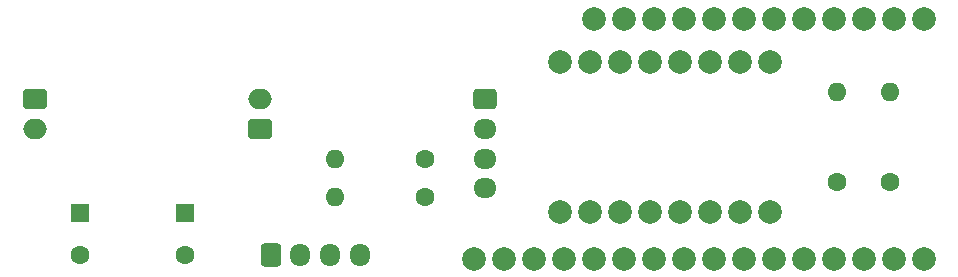
<source format=gbr>
%TF.GenerationSoftware,KiCad,Pcbnew,9.0.0*%
%TF.CreationDate,2025-05-11T09:44:17-05:00*%
%TF.ProjectId,Watch Winder,57617463-6820-4576-996e-6465722e6b69,rev?*%
%TF.SameCoordinates,Original*%
%TF.FileFunction,Soldermask,Top*%
%TF.FilePolarity,Negative*%
%FSLAX46Y46*%
G04 Gerber Fmt 4.6, Leading zero omitted, Abs format (unit mm)*
G04 Created by KiCad (PCBNEW 9.0.0) date 2025-05-11 09:44:17*
%MOMM*%
%LPD*%
G01*
G04 APERTURE LIST*
G04 Aperture macros list*
%AMRoundRect*
0 Rectangle with rounded corners*
0 $1 Rounding radius*
0 $2 $3 $4 $5 $6 $7 $8 $9 X,Y pos of 4 corners*
0 Add a 4 corners polygon primitive as box body*
4,1,4,$2,$3,$4,$5,$6,$7,$8,$9,$2,$3,0*
0 Add four circle primitives for the rounded corners*
1,1,$1+$1,$2,$3*
1,1,$1+$1,$4,$5*
1,1,$1+$1,$6,$7*
1,1,$1+$1,$8,$9*
0 Add four rect primitives between the rounded corners*
20,1,$1+$1,$2,$3,$4,$5,0*
20,1,$1+$1,$4,$5,$6,$7,0*
20,1,$1+$1,$6,$7,$8,$9,0*
20,1,$1+$1,$8,$9,$2,$3,0*%
G04 Aperture macros list end*
%ADD10RoundRect,0.250000X-0.725000X0.600000X-0.725000X-0.600000X0.725000X-0.600000X0.725000X0.600000X0*%
%ADD11O,1.950000X1.700000*%
%ADD12R,1.600000X1.600000*%
%ADD13C,1.600000*%
%ADD14C,2.000000*%
%ADD15O,1.600000X1.600000*%
%ADD16RoundRect,0.250000X-0.750000X0.600000X-0.750000X-0.600000X0.750000X-0.600000X0.750000X0.600000X0*%
%ADD17O,2.000000X1.700000*%
%ADD18RoundRect,0.250000X-0.600000X-0.725000X0.600000X-0.725000X0.600000X0.725000X-0.600000X0.725000X0*%
%ADD19O,1.700000X1.950000*%
%ADD20RoundRect,0.250000X0.750000X-0.600000X0.750000X0.600000X-0.750000X0.600000X-0.750000X-0.600000X0*%
G04 APERTURE END LIST*
D10*
%TO.C,J4*%
X148590000Y-69850000D03*
D11*
X148590000Y-72350000D03*
X148590000Y-74850000D03*
X148590000Y-77350000D03*
%TD*%
D12*
%TO.C,C2*%
X123190000Y-79500000D03*
D13*
X123190000Y-83000000D03*
%TD*%
D14*
%TO.C,U3*%
X154940000Y-79375000D03*
X157480000Y-79375000D03*
X160020000Y-79375000D03*
X162560000Y-79375000D03*
X165100000Y-79375000D03*
X167640000Y-79375000D03*
X170180000Y-79375000D03*
X172720000Y-79375000D03*
X172720000Y-66675000D03*
X170180000Y-66675000D03*
X167640000Y-66675000D03*
X165100000Y-66675000D03*
X162560000Y-66675000D03*
X160020000Y-66675000D03*
X157480000Y-66675000D03*
X154940000Y-66675000D03*
%TD*%
D13*
%TO.C,R3*%
X178435000Y-76835000D03*
D15*
X178435000Y-69215000D03*
%TD*%
D16*
%TO.C,J1*%
X110490000Y-69850000D03*
D17*
X110490000Y-72350000D03*
%TD*%
D14*
%TO.C,U2*%
X147655000Y-83320000D03*
X150195000Y-83320000D03*
X152735000Y-83320000D03*
X155275000Y-83320000D03*
X157815000Y-83320000D03*
X160355000Y-83320000D03*
X162895000Y-83320000D03*
X165435000Y-83320000D03*
X167975000Y-83320000D03*
X170515000Y-83320000D03*
X173055000Y-83320000D03*
X175595000Y-83320000D03*
X178135000Y-83320000D03*
X180675000Y-83320000D03*
X183215000Y-83320000D03*
X185755000Y-83320000D03*
X185755000Y-63000000D03*
X183215000Y-63000000D03*
X180675000Y-63000000D03*
X178135000Y-63000000D03*
X175595000Y-63000000D03*
X173055000Y-63000000D03*
X170515000Y-63000000D03*
X167975000Y-63000000D03*
X165435000Y-63000000D03*
X162895000Y-63000000D03*
X160355000Y-63000000D03*
X157815000Y-63000000D03*
%TD*%
D12*
%TO.C,C1*%
X114300000Y-79500000D03*
D13*
X114300000Y-83000000D03*
%TD*%
%TO.C,R4*%
X182880000Y-76835000D03*
D15*
X182880000Y-69215000D03*
%TD*%
D18*
%TO.C,J2*%
X130500000Y-83000000D03*
D19*
X133000000Y-83000000D03*
X135500000Y-83000000D03*
X138000000Y-83000000D03*
%TD*%
D13*
%TO.C,R1*%
X143510000Y-78105000D03*
D15*
X135890000Y-78105000D03*
%TD*%
D13*
%TO.C,R2*%
X143510000Y-74930000D03*
D15*
X135890000Y-74930000D03*
%TD*%
D20*
%TO.C,J3*%
X129540000Y-72350000D03*
D17*
X129540000Y-69850000D03*
%TD*%
M02*

</source>
